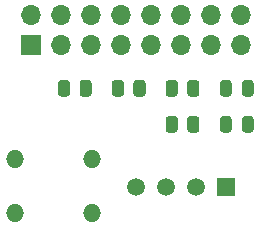
<source format=gts>
%TF.GenerationSoftware,KiCad,Pcbnew,(5.1.9)-1*%
%TF.CreationDate,2022-01-01T15:39:13-06:00*%
%TF.ProjectId,RaspberryPiHAT,52617370-6265-4727-9279-50694841542e,1*%
%TF.SameCoordinates,Original*%
%TF.FileFunction,Soldermask,Top*%
%TF.FilePolarity,Negative*%
%FSLAX46Y46*%
G04 Gerber Fmt 4.6, Leading zero omitted, Abs format (unit mm)*
G04 Created by KiCad (PCBNEW (5.1.9)-1) date 2022-01-01 15:39:13*
%MOMM*%
%LPD*%
G01*
G04 APERTURE LIST*
%ADD10O,1.700000X1.700000*%
%ADD11R,1.700000X1.700000*%
%ADD12O,1.524000X1.524000*%
%ADD13R,1.500000X1.500000*%
%ADD14C,1.500000*%
G04 APERTURE END LIST*
D10*
%TO.C,J1*%
X222885000Y-60579000D03*
X222885000Y-63119000D03*
X220345000Y-60579000D03*
X220345000Y-63119000D03*
X217805000Y-60579000D03*
X217805000Y-63119000D03*
X215265000Y-60579000D03*
X215265000Y-63119000D03*
X212725000Y-60579000D03*
X212725000Y-63119000D03*
X210185000Y-60579000D03*
X210185000Y-63119000D03*
X207645000Y-60579000D03*
X207645000Y-63119000D03*
X205105000Y-60579000D03*
D11*
X205105000Y-63119000D03*
%TD*%
%TO.C,D1*%
G36*
G01*
X221079000Y-70306250D02*
X221079000Y-69393750D01*
G75*
G02*
X221322750Y-69150000I243750J0D01*
G01*
X221810250Y-69150000D01*
G75*
G02*
X222054000Y-69393750I0J-243750D01*
G01*
X222054000Y-70306250D01*
G75*
G02*
X221810250Y-70550000I-243750J0D01*
G01*
X221322750Y-70550000D01*
G75*
G02*
X221079000Y-70306250I0J243750D01*
G01*
G37*
G36*
G01*
X222954000Y-70306250D02*
X222954000Y-69393750D01*
G75*
G02*
X223197750Y-69150000I243750J0D01*
G01*
X223685250Y-69150000D01*
G75*
G02*
X223929000Y-69393750I0J-243750D01*
G01*
X223929000Y-70306250D01*
G75*
G02*
X223685250Y-70550000I-243750J0D01*
G01*
X223197750Y-70550000D01*
G75*
G02*
X222954000Y-70306250I0J243750D01*
G01*
G37*
%TD*%
%TO.C,D2*%
G36*
G01*
X221079000Y-67258250D02*
X221079000Y-66345750D01*
G75*
G02*
X221322750Y-66102000I243750J0D01*
G01*
X221810250Y-66102000D01*
G75*
G02*
X222054000Y-66345750I0J-243750D01*
G01*
X222054000Y-67258250D01*
G75*
G02*
X221810250Y-67502000I-243750J0D01*
G01*
X221322750Y-67502000D01*
G75*
G02*
X221079000Y-67258250I0J243750D01*
G01*
G37*
G36*
G01*
X222954000Y-67258250D02*
X222954000Y-66345750D01*
G75*
G02*
X223197750Y-66102000I243750J0D01*
G01*
X223685250Y-66102000D01*
G75*
G02*
X223929000Y-66345750I0J-243750D01*
G01*
X223929000Y-67258250D01*
G75*
G02*
X223685250Y-67502000I-243750J0D01*
G01*
X223197750Y-67502000D01*
G75*
G02*
X222954000Y-67258250I0J243750D01*
G01*
G37*
%TD*%
%TO.C,R1*%
G36*
G01*
X209188000Y-67252001D02*
X209188000Y-66351999D01*
G75*
G02*
X209437999Y-66102000I249999J0D01*
G01*
X209963001Y-66102000D01*
G75*
G02*
X210213000Y-66351999I0J-249999D01*
G01*
X210213000Y-67252001D01*
G75*
G02*
X209963001Y-67502000I-249999J0D01*
G01*
X209437999Y-67502000D01*
G75*
G02*
X209188000Y-67252001I0J249999D01*
G01*
G37*
G36*
G01*
X207363000Y-67252001D02*
X207363000Y-66351999D01*
G75*
G02*
X207612999Y-66102000I249999J0D01*
G01*
X208138001Y-66102000D01*
G75*
G02*
X208388000Y-66351999I0J-249999D01*
G01*
X208388000Y-67252001D01*
G75*
G02*
X208138001Y-67502000I-249999J0D01*
G01*
X207612999Y-67502000D01*
G75*
G02*
X207363000Y-67252001I0J249999D01*
G01*
G37*
%TD*%
%TO.C,R2*%
G36*
G01*
X211921666Y-67252001D02*
X211921666Y-66351999D01*
G75*
G02*
X212171665Y-66102000I249999J0D01*
G01*
X212696667Y-66102000D01*
G75*
G02*
X212946666Y-66351999I0J-249999D01*
G01*
X212946666Y-67252001D01*
G75*
G02*
X212696667Y-67502000I-249999J0D01*
G01*
X212171665Y-67502000D01*
G75*
G02*
X211921666Y-67252001I0J249999D01*
G01*
G37*
G36*
G01*
X213746666Y-67252001D02*
X213746666Y-66351999D01*
G75*
G02*
X213996665Y-66102000I249999J0D01*
G01*
X214521667Y-66102000D01*
G75*
G02*
X214771666Y-66351999I0J-249999D01*
G01*
X214771666Y-67252001D01*
G75*
G02*
X214521667Y-67502000I-249999J0D01*
G01*
X213996665Y-67502000D01*
G75*
G02*
X213746666Y-67252001I0J249999D01*
G01*
G37*
%TD*%
%TO.C,R3*%
G36*
G01*
X218305332Y-70300001D02*
X218305332Y-69399999D01*
G75*
G02*
X218555331Y-69150000I249999J0D01*
G01*
X219080333Y-69150000D01*
G75*
G02*
X219330332Y-69399999I0J-249999D01*
G01*
X219330332Y-70300001D01*
G75*
G02*
X219080333Y-70550000I-249999J0D01*
G01*
X218555331Y-70550000D01*
G75*
G02*
X218305332Y-70300001I0J249999D01*
G01*
G37*
G36*
G01*
X216480332Y-70300001D02*
X216480332Y-69399999D01*
G75*
G02*
X216730331Y-69150000I249999J0D01*
G01*
X217255333Y-69150000D01*
G75*
G02*
X217505332Y-69399999I0J-249999D01*
G01*
X217505332Y-70300001D01*
G75*
G02*
X217255333Y-70550000I-249999J0D01*
G01*
X216730331Y-70550000D01*
G75*
G02*
X216480332Y-70300001I0J249999D01*
G01*
G37*
%TD*%
%TO.C,R4*%
G36*
G01*
X218305332Y-67252001D02*
X218305332Y-66351999D01*
G75*
G02*
X218555331Y-66102000I249999J0D01*
G01*
X219080333Y-66102000D01*
G75*
G02*
X219330332Y-66351999I0J-249999D01*
G01*
X219330332Y-67252001D01*
G75*
G02*
X219080333Y-67502000I-249999J0D01*
G01*
X218555331Y-67502000D01*
G75*
G02*
X218305332Y-67252001I0J249999D01*
G01*
G37*
G36*
G01*
X216480332Y-67252001D02*
X216480332Y-66351999D01*
G75*
G02*
X216730331Y-66102000I249999J0D01*
G01*
X217255333Y-66102000D01*
G75*
G02*
X217505332Y-66351999I0J-249999D01*
G01*
X217505332Y-67252001D01*
G75*
G02*
X217255333Y-67502000I-249999J0D01*
G01*
X216730331Y-67502000D01*
G75*
G02*
X216480332Y-67252001I0J249999D01*
G01*
G37*
%TD*%
D12*
%TO.C,SW1*%
X203758800Y-72798800D03*
X210261200Y-72798800D03*
X203758800Y-77320000D03*
X210261200Y-77320000D03*
%TD*%
D13*
%TO.C,U1*%
X221627500Y-75184000D03*
D14*
X219087500Y-75184000D03*
X216547500Y-75184000D03*
X214007500Y-75184000D03*
%TD*%
M02*

</source>
